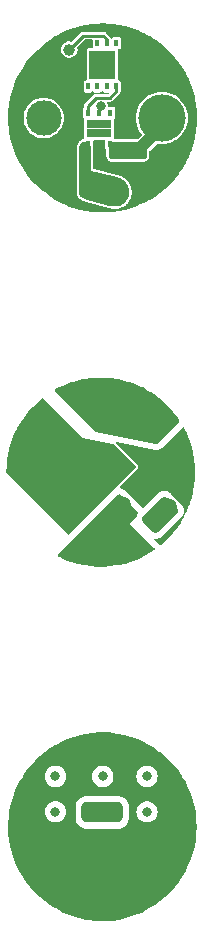
<source format=gbr>
%TF.GenerationSoftware,KiCad,Pcbnew,7.0.9*%
%TF.CreationDate,2024-07-30T16:44:57+08:00*%
%TF.ProjectId,LED,4c45442e-6b69-4636-9164-5f7063625858,rev?*%
%TF.SameCoordinates,Original*%
%TF.FileFunction,Copper,L1,Top*%
%TF.FilePolarity,Positive*%
%FSLAX46Y46*%
G04 Gerber Fmt 4.6, Leading zero omitted, Abs format (unit mm)*
G04 Created by KiCad (PCBNEW 7.0.9) date 2024-07-30 16:44:57*
%MOMM*%
%LPD*%
G01*
G04 APERTURE LIST*
G04 Aperture macros list*
%AMRoundRect*
0 Rectangle with rounded corners*
0 $1 Rounding radius*
0 $2 $3 $4 $5 $6 $7 $8 $9 X,Y pos of 4 corners*
0 Add a 4 corners polygon primitive as box body*
4,1,4,$2,$3,$4,$5,$6,$7,$8,$9,$2,$3,0*
0 Add four circle primitives for the rounded corners*
1,1,$1+$1,$2,$3*
1,1,$1+$1,$4,$5*
1,1,$1+$1,$6,$7*
1,1,$1+$1,$8,$9*
0 Add four rect primitives between the rounded corners*
20,1,$1+$1,$2,$3,$4,$5,0*
20,1,$1+$1,$4,$5,$6,$7,0*
20,1,$1+$1,$6,$7,$8,$9,0*
20,1,$1+$1,$8,$9,$2,$3,0*%
%AMRotRect*
0 Rectangle, with rotation*
0 The origin of the aperture is its center*
0 $1 length*
0 $2 width*
0 $3 Rotation angle, in degrees counterclockwise*
0 Add horizontal line*
21,1,$1,$2,0,0,$3*%
G04 Aperture macros list end*
%TA.AperFunction,SMDPad,CuDef*%
%ADD10RoundRect,0.100000X-0.950000X0.100000X-0.950000X-0.100000X0.950000X-0.100000X0.950000X0.100000X0*%
%TD*%
%TA.AperFunction,SMDPad,CuDef*%
%ADD11R,0.350000X0.630000*%
%TD*%
%TA.AperFunction,SMDPad,CuDef*%
%ADD12R,2.210000X2.390000*%
%TD*%
%TA.AperFunction,SMDPad,CuDef*%
%ADD13RoundRect,0.250000X0.742462X-1.308148X1.308148X-0.742462X-0.742462X1.308148X-1.308148X0.742462X0*%
%TD*%
%TA.AperFunction,ComponentPad*%
%ADD14C,3.000000*%
%TD*%
%TA.AperFunction,SMDPad,CuDef*%
%ADD15R,0.450000X0.630000*%
%TD*%
%TA.AperFunction,SMDPad,CuDef*%
%ADD16R,1.050000X0.800000*%
%TD*%
%TA.AperFunction,SMDPad,CuDef*%
%ADD17RotRect,1.200000X3.700000X315.000000*%
%TD*%
%TA.AperFunction,ComponentPad*%
%ADD18C,4.000000*%
%TD*%
%TA.AperFunction,SMDPad,CuDef*%
%ADD19RoundRect,0.437500X1.312500X-0.437500X1.312500X0.437500X-1.312500X0.437500X-1.312500X-0.437500X0*%
%TD*%
%TA.AperFunction,SMDPad,CuDef*%
%ADD20RotRect,1.200000X3.700000X45.000000*%
%TD*%
%TA.AperFunction,SMDPad,CuDef*%
%ADD21RoundRect,0.250000X0.000000X0.353553X-0.353553X0.000000X0.000000X-0.353553X0.353553X0.000000X0*%
%TD*%
%TA.AperFunction,ViaPad*%
%ADD22C,0.800000*%
%TD*%
%TA.AperFunction,ViaPad*%
%ADD23C,1.000000*%
%TD*%
%TA.AperFunction,ViaPad*%
%ADD24C,1.500000*%
%TD*%
%TA.AperFunction,Conductor*%
%ADD25C,0.300000*%
%TD*%
%TA.AperFunction,Conductor*%
%ADD26C,1.000000*%
%TD*%
%TA.AperFunction,Conductor*%
%ADD27C,0.250000*%
%TD*%
G04 APERTURE END LIST*
D10*
%TO.P,R1,1*%
%TO.N,Net-(LM3401-FB)*%
X112500000Y-93100000D03*
%TO.P,R1,2*%
%TO.N,-BATT*%
X112500000Y-94000000D03*
%TD*%
D11*
%TO.P,U2,1,P3.4/RST/T0/INT2/MCLKO*%
%TO.N,unconnected-(U2-P3.4{slash}RST{slash}T0{slash}INT2{slash}MCLKO-Pad1)*%
X111147500Y-83667500D03*
%TO.P,U2,2,VCC*%
%TO.N,+BATT*%
X110347500Y-83667500D03*
%TO.P,U2,3,P3.5/T0CLKO/INT3*%
%TO.N,unconnected-(U2-P3.5{slash}T0CLKO{slash}INT3-Pad3)*%
X109547500Y-83667500D03*
%TO.P,U2,4,GND*%
%TO.N,-BATT*%
X108747500Y-83667500D03*
%TO.P,U2,5,T2CLKO/INT4/P3.0*%
%TO.N,unconnected-(U2-T2CLKO{slash}INT4{slash}P3.0-Pad5)*%
X108747500Y-87337500D03*
%TO.P,U2,6,T2/P3.1*%
%TO.N,unconnected-(U2-T2{slash}P3.1-Pad6)*%
X109547500Y-87337500D03*
%TO.P,U2,7,INT0/P3.2*%
%TO.N,unconnected-(U2-INT0{slash}P3.2-Pad7)*%
X110347500Y-87337500D03*
%TO.P,U2,8,RSTOUT_LOW/INT1/P3.3*%
%TO.N,Net-(LM3401-DIM)*%
X111147500Y-87337500D03*
D12*
%TO.P,U2,9*%
%TO.N,N/C*%
X109947500Y-85502500D03*
%TD*%
D13*
%TO.P,L1,1,1*%
%TO.N,+BATT*%
X110800000Y-119000000D03*
%TO.P,L1,2,2*%
%TO.N,Net-(D1-A)*%
X113946626Y-115853374D03*
%TD*%
D14*
%TO.P,REF\u002A\u002A,2*%
%TO.N,Net-(LM3401-FB)*%
X114836200Y-120000000D03*
%TD*%
%TO.P,REF\u002A\u002A,1*%
%TO.N,+BATT*%
X105000000Y-90000000D03*
%TD*%
D15*
%TO.P,LM3401,*%
%TO.N,*%
X110650000Y-89560000D03*
%TO.P,LM3401,2,Vin*%
%TO.N,+BATT*%
X109700000Y-89560000D03*
%TO.P,LM3401,3,DIM*%
%TO.N,Net-(LM3401-DIM)*%
X108750000Y-89560000D03*
%TO.P,LM3401,4,SW*%
%TO.N,Net-(D1-A)*%
X108750000Y-92240000D03*
%TO.P,LM3401,5,AGND*%
%TO.N,-BATT*%
X109700000Y-92240000D03*
%TO.P,LM3401,6,FB*%
%TO.N,Net-(LM3401-FB)*%
X110650000Y-92240000D03*
D16*
%TO.P,LM3401,7*%
%TO.N,N/C*%
X110225000Y-90500000D03*
X109175000Y-90500000D03*
X110225000Y-91300000D03*
X109175000Y-91300000D03*
%TD*%
D17*
%TO.P,L4,1,1*%
%TO.N,+BATT*%
X108020102Y-123020102D03*
%TO.P,L4,2,2*%
%TO.N,Net-(D1-A)*%
X110000000Y-125000000D03*
%TD*%
D18*
%TO.P,REF\u002A\u002A,2*%
%TO.N,Net-(LM3401-FB)*%
X115000000Y-90000000D03*
%TD*%
D19*
%TO.P,NV4WB35AM1,1,Vin*%
%TO.N,Net-(D1-K)*%
X109950000Y-148800000D03*
%TO.P,NV4WB35AM1,2,GND*%
%TO.N,Net-(LM3401-FB)*%
X109950000Y-151200000D03*
%TD*%
D20*
%TO.P,L3,1,1*%
%TO.N,+BATT*%
X106586228Y-116745127D03*
%TO.P,L3,2,2*%
%TO.N,Net-(D1-A)*%
X108566126Y-114765229D03*
%TD*%
D21*
%TO.P,D1,1,K*%
%TO.N,Net-(D1-K)*%
X114500000Y-124000000D03*
%TO.P,D1,2,A*%
%TO.N,Net-(D1-A)*%
X112732234Y-125767766D03*
%TD*%
D18*
%TO.P,REF\u002A\u002A,1*%
%TO.N,+BATT*%
X104836228Y-119995127D03*
%TD*%
D22*
%TO.N,Net-(LM3401-FB)*%
X110000000Y-154250000D03*
X113750000Y-151500000D03*
X106000000Y-154250000D03*
X106000000Y-151500000D03*
X113750000Y-154250000D03*
D23*
%TO.N,-BATT*%
X113750000Y-95000000D03*
X104750000Y-93250000D03*
X115000000Y-93250000D03*
X105000000Y-85500000D03*
X106250000Y-95000000D03*
D22*
%TO.N,Net-(D1-K)*%
X113750000Y-145750000D03*
D24*
X115500000Y-122950000D03*
D22*
X110000000Y-145750000D03*
X113750000Y-148750000D03*
X106000000Y-145750000D03*
X106000000Y-148750000D03*
%TO.N,+BATT*%
X109867609Y-89024278D03*
D23*
X107163688Y-84209078D03*
D24*
%TO.N,Net-(D1-A)*%
X111000000Y-116200000D03*
X111600000Y-122750000D03*
%TD*%
D25*
%TO.N,Net-(LM3401-FB)*%
X115000000Y-90000000D02*
X115000000Y-90750000D01*
X115000000Y-90500000D02*
X115000000Y-90000000D01*
D26*
X115000000Y-90750000D02*
X113250000Y-92500000D01*
D27*
%TO.N,+BATT*%
X108345266Y-83027500D02*
X110047500Y-83027500D01*
X110047500Y-83027500D02*
X110347500Y-83327500D01*
X110347500Y-83327500D02*
X110347500Y-83667500D01*
X109700000Y-89560000D02*
X109700000Y-89191887D01*
X107163688Y-84209078D02*
X108345266Y-83027500D01*
X109700000Y-89191887D02*
X109867609Y-89024278D01*
%TO.N,Net-(LM3401-DIM)*%
X109400000Y-88300000D02*
X110600000Y-88300000D01*
X108750000Y-89560000D02*
X108750000Y-88950000D01*
X111147500Y-87752500D02*
X111147500Y-87337500D01*
X110600000Y-88300000D02*
X111147500Y-87752500D01*
X108750000Y-88950000D02*
X109400000Y-88300000D01*
%TD*%
%TA.AperFunction,Conductor*%
%TO.N,+BATT*%
G36*
X104943038Y-113723332D02*
G01*
X107802918Y-116600000D01*
X108300000Y-117100000D01*
X110885238Y-117597161D01*
X110910630Y-117610630D01*
X112785648Y-119485648D01*
X112800000Y-119520296D01*
X112800000Y-119579704D01*
X112785648Y-119614352D01*
X107134783Y-125265216D01*
X107100135Y-125279568D01*
X107065487Y-125265216D01*
X107065352Y-125265081D01*
X101851637Y-120010656D01*
X101837420Y-119975952D01*
X101837449Y-119974474D01*
X101856184Y-119437948D01*
X101856300Y-119436284D01*
X101904429Y-118978373D01*
X101904763Y-118976180D01*
X102100000Y-118000000D01*
X102142308Y-117807439D01*
X102146408Y-117790997D01*
X102146879Y-117789353D01*
X102318894Y-117259948D01*
X102319479Y-117258340D01*
X102426224Y-116994136D01*
X102523918Y-116752333D01*
X102524709Y-116750579D01*
X102600000Y-116600000D01*
X102743066Y-116301145D01*
X102772719Y-116240346D01*
X102773511Y-116238857D01*
X103051853Y-115756753D01*
X103052725Y-115755358D01*
X103070126Y-115729559D01*
X103300000Y-115400000D01*
X103694659Y-114870549D01*
X103707739Y-114853808D01*
X103708824Y-114852515D01*
X104081317Y-114438820D01*
X104082451Y-114437644D01*
X104482928Y-114050908D01*
X104484151Y-114049808D01*
X104876793Y-113720342D01*
X104912560Y-113709065D01*
X104943038Y-113723332D01*
G37*
%TD.AperFunction*%
%TD*%
%TA.AperFunction,Conductor*%
%TO.N,Net-(LM3401-FB)*%
G36*
X116841491Y-116142685D02*
G01*
X116849279Y-116152834D01*
X116867557Y-116184493D01*
X116919677Y-116281231D01*
X117116489Y-116684754D01*
X117162142Y-116786008D01*
X117329952Y-117201351D01*
X117368667Y-117306435D01*
X117506846Y-117731708D01*
X117538260Y-117839977D01*
X117646273Y-118273194D01*
X117670103Y-118384021D01*
X117747553Y-118823263D01*
X117763557Y-118935860D01*
X117810144Y-119379093D01*
X117818188Y-119492851D01*
X117835698Y-119994271D01*
X117835698Y-119995982D01*
X117818188Y-120497400D01*
X117810143Y-120611162D01*
X117763558Y-121054390D01*
X117747552Y-121166994D01*
X117670104Y-121606227D01*
X117646272Y-121717065D01*
X117538262Y-122150268D01*
X117506843Y-122258554D01*
X117368669Y-122683810D01*
X117329947Y-122788913D01*
X117162146Y-123204236D01*
X117116483Y-123305511D01*
X116919682Y-123709011D01*
X116867550Y-123805773D01*
X116642465Y-124195631D01*
X116584358Y-124287336D01*
X116331852Y-124661691D01*
X116268335Y-124747831D01*
X115989351Y-125104914D01*
X115921015Y-125185068D01*
X115616641Y-125523110D01*
X115544194Y-125596847D01*
X115215535Y-125914228D01*
X115139719Y-125981213D01*
X114906180Y-126177173D01*
X114870413Y-126188451D01*
X114837148Y-126171133D01*
X114832847Y-126165145D01*
X114808178Y-126124671D01*
X114808175Y-126124666D01*
X114716574Y-126013722D01*
X114377511Y-125705482D01*
X114361527Y-125671556D01*
X114374215Y-125636264D01*
X114408141Y-125620280D01*
X114415262Y-125620460D01*
X114475809Y-125626424D01*
X114524192Y-125626424D01*
X114540627Y-125624805D01*
X114622809Y-125616711D01*
X114689230Y-125603499D01*
X114784055Y-125574734D01*
X114828755Y-125556219D01*
X114916154Y-125509504D01*
X114993139Y-125458064D01*
X114993143Y-125458061D01*
X114993143Y-125458062D01*
X115004000Y-125450008D01*
X115013076Y-125443278D01*
X115051050Y-125412112D01*
X115069437Y-125395447D01*
X116645447Y-123819437D01*
X116662112Y-123801050D01*
X116693278Y-123763076D01*
X116700436Y-123753424D01*
X116708062Y-123743143D01*
X116708061Y-123743143D01*
X116708064Y-123743139D01*
X116759504Y-123666154D01*
X116806219Y-123578755D01*
X116824734Y-123534055D01*
X116853499Y-123439230D01*
X116866711Y-123372809D01*
X116876424Y-123274191D01*
X116876424Y-123225809D01*
X116866711Y-123127192D01*
X116853499Y-123060770D01*
X116824734Y-122965944D01*
X116824732Y-122965937D01*
X116806222Y-122921249D01*
X116759507Y-122833851D01*
X116759504Y-122833845D01*
X116708064Y-122756860D01*
X116708061Y-122756856D01*
X116708062Y-122756856D01*
X116700008Y-122745998D01*
X116693278Y-122736923D01*
X116662112Y-122698949D01*
X116645447Y-122680562D01*
X115769437Y-121804552D01*
X115751050Y-121787887D01*
X115751041Y-121787880D01*
X115713085Y-121756729D01*
X115713086Y-121756729D01*
X115693138Y-121741934D01*
X115616151Y-121690494D01*
X115616150Y-121690493D01*
X115616145Y-121690490D01*
X115616143Y-121690489D01*
X115528748Y-121643775D01*
X115484061Y-121625266D01*
X115484063Y-121625266D01*
X115389238Y-121596503D01*
X115389231Y-121596501D01*
X115389216Y-121596498D01*
X115322803Y-121583288D01*
X115322801Y-121583287D01*
X115322797Y-121583287D01*
X115224188Y-121573575D01*
X115224187Y-121573575D01*
X115175813Y-121573575D01*
X115175812Y-121573575D01*
X115077205Y-121583286D01*
X115010781Y-121596498D01*
X115010771Y-121596500D01*
X115010761Y-121596502D01*
X115010761Y-121596503D01*
X114915944Y-121625263D01*
X114915930Y-121625268D01*
X114871247Y-121643776D01*
X114783853Y-121690490D01*
X114732283Y-121724948D01*
X114706855Y-121741939D01*
X114706851Y-121741942D01*
X114706851Y-121741941D01*
X114695993Y-121749994D01*
X114686918Y-121756725D01*
X114686911Y-121756731D01*
X114686910Y-121756731D01*
X114648957Y-121787879D01*
X114648956Y-121787880D01*
X114648949Y-121787886D01*
X114630567Y-121804547D01*
X114284846Y-122150268D01*
X113404694Y-123030418D01*
X113370046Y-123044770D01*
X113335398Y-123030418D01*
X113330820Y-123025135D01*
X113303426Y-122988541D01*
X113303421Y-122988536D01*
X111845118Y-121530234D01*
X111760984Y-121462433D01*
X111760971Y-121462424D01*
X111716631Y-121433927D01*
X111619981Y-121385548D01*
X111479392Y-121354967D01*
X111479394Y-121354967D01*
X111452266Y-121353027D01*
X111418730Y-121336240D01*
X111406887Y-121300656D01*
X111421113Y-121269505D01*
X112930958Y-119759662D01*
X112975505Y-119692995D01*
X112989857Y-119658347D01*
X113005500Y-119579704D01*
X113005500Y-119520296D01*
X112989857Y-119441653D01*
X112987805Y-119436700D01*
X112975507Y-119407010D01*
X112975505Y-119407005D01*
X112930958Y-119340338D01*
X111129110Y-117538490D01*
X111114758Y-117503842D01*
X111129110Y-117469194D01*
X111163758Y-117454842D01*
X111173005Y-117455723D01*
X114439948Y-118083982D01*
X114541523Y-118093041D01*
X114591298Y-118092439D01*
X114692637Y-118080924D01*
X114692639Y-118080923D01*
X114692641Y-118080923D01*
X114692642Y-118080923D01*
X114827436Y-118030646D01*
X114827439Y-118030644D01*
X114827446Y-118030642D01*
X114888769Y-117997157D01*
X115003951Y-117910933D01*
X116772196Y-116142684D01*
X116806843Y-116128333D01*
X116841491Y-116142685D01*
G37*
%TD.AperFunction*%
%TD*%
%TA.AperFunction,Conductor*%
%TO.N,Net-(D1-A)*%
G36*
X110089610Y-112000844D02*
G01*
X110129103Y-112001540D01*
X110132255Y-112001678D01*
X110623424Y-112036024D01*
X110688288Y-112041763D01*
X110691403Y-112042119D01*
X111173439Y-112109864D01*
X111243269Y-112121051D01*
X111246344Y-112121624D01*
X111717545Y-112221781D01*
X111791323Y-112239013D01*
X111794219Y-112239765D01*
X112252994Y-112371317D01*
X112329675Y-112395040D01*
X112332465Y-112395978D01*
X112777151Y-112557831D01*
X112855735Y-112588369D01*
X112858495Y-112589519D01*
X113062126Y-112680181D01*
X113287353Y-112780458D01*
X113367003Y-112818075D01*
X113369592Y-112819375D01*
X113707047Y-112998803D01*
X113781140Y-113038199D01*
X113860855Y-113082980D01*
X113863287Y-113084421D01*
X114116758Y-113242807D01*
X114255977Y-113329802D01*
X114296003Y-113356164D01*
X114334948Y-113381815D01*
X114337210Y-113383379D01*
X114709615Y-113653948D01*
X114786907Y-113713076D01*
X114789047Y-113714791D01*
X115139738Y-114009056D01*
X115215518Y-114076008D01*
X115544205Y-114393417D01*
X115616634Y-114467135D01*
X115921041Y-114805214D01*
X115989341Y-114885326D01*
X116268350Y-115242442D01*
X116331835Y-115328537D01*
X116492042Y-115566054D01*
X116513210Y-115632640D01*
X116495019Y-115700100D01*
X116476922Y-115723075D01*
X114646508Y-117553491D01*
X114585185Y-117586976D01*
X114535410Y-117587578D01*
X113175853Y-117326125D01*
X109437073Y-116607129D01*
X109374957Y-116575138D01*
X109373189Y-116573420D01*
X106089801Y-113318313D01*
X105956144Y-113185807D01*
X105922395Y-113124630D01*
X105927078Y-113054917D01*
X105968707Y-112998803D01*
X105985222Y-112988268D01*
X106327580Y-112806233D01*
X106331447Y-112804346D01*
X106835247Y-112580041D01*
X106836080Y-112579682D01*
X106838970Y-112578440D01*
X106842156Y-112577175D01*
X107350830Y-112392033D01*
X107366044Y-112386732D01*
X107369237Y-112385718D01*
X107879309Y-112239458D01*
X107905119Y-112232461D01*
X107908400Y-112231667D01*
X108351064Y-112137576D01*
X108418159Y-112123315D01*
X108453716Y-112116323D01*
X108456995Y-112115770D01*
X108964748Y-112044410D01*
X108989672Y-112041315D01*
X109009062Y-112038907D01*
X109012329Y-112038590D01*
X109516303Y-112003349D01*
X109568443Y-112000586D01*
X109571718Y-112000500D01*
X110070074Y-112000500D01*
X110089610Y-112000844D01*
G37*
%TD.AperFunction*%
%TD*%
%TA.AperFunction,Conductor*%
%TO.N,Net-(LM3401-FB)*%
G36*
X114500000Y-155000000D02*
G01*
X105250000Y-155000000D01*
X105250000Y-150500000D01*
X114500000Y-150500000D01*
X114500000Y-155000000D01*
G37*
%TD.AperFunction*%
%TD*%
%TA.AperFunction,Conductor*%
%TO.N,Net-(D1-A)*%
G36*
X111621115Y-95165656D02*
G01*
X111621118Y-95165658D01*
X111450529Y-95086111D01*
X111621115Y-95165656D01*
G37*
%TD.AperFunction*%
%TD*%
%TA.AperFunction,Conductor*%
%TO.N,Net-(D1-A)*%
G36*
X108623017Y-92016195D02*
G01*
X108635368Y-92019505D01*
X108744040Y-92064518D01*
X108755116Y-92070913D01*
X108848435Y-92142520D01*
X108857479Y-92151564D01*
X108929086Y-92244883D01*
X108935482Y-92255961D01*
X108980493Y-92364627D01*
X108983804Y-92376983D01*
X108999790Y-92498407D01*
X109000000Y-92501609D01*
X109000000Y-94500000D01*
X109772069Y-94680733D01*
X109772072Y-94680734D01*
X109772078Y-94680735D01*
X109772083Y-94680737D01*
X111201552Y-95015360D01*
X111217028Y-95019113D01*
X111232444Y-95023112D01*
X111343018Y-95052740D01*
X111385041Y-95065989D01*
X111425203Y-95078652D01*
X111427203Y-95079381D01*
X111506816Y-95112358D01*
X111545709Y-95130494D01*
X111622145Y-95170284D01*
X111623983Y-95171345D01*
X111696666Y-95217649D01*
X111731824Y-95242267D01*
X111800190Y-95294726D01*
X111801806Y-95296081D01*
X111865350Y-95354309D01*
X111895691Y-95384650D01*
X111953916Y-95448191D01*
X111955281Y-95449819D01*
X112007738Y-95518182D01*
X112032351Y-95553334D01*
X112078646Y-95626002D01*
X112079715Y-95627854D01*
X112119506Y-95704291D01*
X112137642Y-95743184D01*
X112170618Y-95822796D01*
X112171350Y-95824806D01*
X112197260Y-95906982D01*
X112208366Y-95948432D01*
X112227015Y-96032551D01*
X112227386Y-96034657D01*
X112238635Y-96120097D01*
X112242375Y-96162846D01*
X112246133Y-96248931D01*
X112246133Y-96251069D01*
X112242375Y-96337154D01*
X112238635Y-96379903D01*
X112227386Y-96465342D01*
X112227015Y-96467448D01*
X112208366Y-96551568D01*
X112197260Y-96593018D01*
X112171350Y-96675193D01*
X112170618Y-96677202D01*
X112137642Y-96756816D01*
X112119506Y-96795709D01*
X112079715Y-96872145D01*
X112078646Y-96873997D01*
X112032351Y-96946666D01*
X112007738Y-96981818D01*
X111955281Y-97050181D01*
X111953907Y-97051819D01*
X111895691Y-97115350D01*
X111865350Y-97145691D01*
X111801819Y-97203907D01*
X111800181Y-97205281D01*
X111783782Y-97217864D01*
X111731824Y-97257732D01*
X111705289Y-97276313D01*
X111696666Y-97282351D01*
X111623997Y-97328646D01*
X111622145Y-97329715D01*
X111545709Y-97369506D01*
X111506816Y-97387642D01*
X111427202Y-97420618D01*
X111425193Y-97421350D01*
X111383644Y-97434450D01*
X111343026Y-97447257D01*
X111311370Y-97455739D01*
X111301568Y-97458366D01*
X111217448Y-97477015D01*
X111215342Y-97477386D01*
X111129903Y-97488635D01*
X111087154Y-97492375D01*
X111001069Y-97496133D01*
X110998931Y-97496133D01*
X110912846Y-97492375D01*
X110870097Y-97488635D01*
X110784657Y-97477386D01*
X110782555Y-97477015D01*
X110698432Y-97458366D01*
X110688628Y-97455739D01*
X110573411Y-97424866D01*
X110572475Y-97424616D01*
X110571539Y-97424363D01*
X109009058Y-97002446D01*
X109000000Y-97000000D01*
X108501580Y-96875395D01*
X108498487Y-96874400D01*
X108343844Y-96813070D01*
X108332539Y-96806744D01*
X108203303Y-96709975D01*
X108194050Y-96700907D01*
X108174774Y-96676219D01*
X108094692Y-96573650D01*
X108088139Y-96562475D01*
X108025602Y-96413626D01*
X108022207Y-96401124D01*
X108000215Y-96236225D01*
X108000000Y-96232983D01*
X108000000Y-92501609D01*
X108000210Y-92498408D01*
X108016195Y-92376983D01*
X108019504Y-92364633D01*
X108064520Y-92255955D01*
X108070913Y-92244883D01*
X108142522Y-92151561D01*
X108151561Y-92142522D01*
X108244885Y-92070911D01*
X108255955Y-92064520D01*
X108364633Y-92019504D01*
X108376980Y-92016195D01*
X108493604Y-92000842D01*
X108506396Y-92000842D01*
X108623017Y-92016195D01*
G37*
%TD.AperFunction*%
%TD*%
%TA.AperFunction,Conductor*%
%TO.N,Net-(D1-A)*%
G36*
X111443333Y-121859179D02*
G01*
X111487680Y-121887680D01*
X112945982Y-123345982D01*
X112979467Y-123407305D01*
X112974483Y-123476997D01*
X112961405Y-123502551D01*
X112940490Y-123533853D01*
X112893782Y-123621236D01*
X112875267Y-123665934D01*
X112858680Y-123720613D01*
X112827701Y-123772297D01*
X112200000Y-124399999D01*
X112200000Y-124400000D01*
X113400000Y-125500000D01*
X114376537Y-126387761D01*
X114412901Y-126447422D01*
X114411237Y-126517272D01*
X114372074Y-126575134D01*
X114356924Y-126585843D01*
X113502038Y-127098776D01*
X113497865Y-127101067D01*
X113225199Y-127237399D01*
X113222689Y-127238584D01*
X112858502Y-127400730D01*
X112855742Y-127401880D01*
X112789280Y-127427708D01*
X112147789Y-127649012D01*
X112144658Y-127650000D01*
X111865787Y-127729966D01*
X111862255Y-127730867D01*
X111269543Y-127863698D01*
X111246363Y-127868624D01*
X111243284Y-127869197D01*
X111187694Y-127878104D01*
X111184072Y-127878685D01*
X111101115Y-127888911D01*
X110504540Y-127962455D01*
X110501278Y-127962770D01*
X110132338Y-127988570D01*
X110129107Y-127988711D01*
X110071941Y-127989720D01*
X110070048Y-127989754D01*
X109571733Y-127989754D01*
X109568451Y-127989667D01*
X109563212Y-127989389D01*
X109516202Y-127986897D01*
X109012388Y-127951667D01*
X109009072Y-127951345D01*
X108964672Y-127945832D01*
X108457069Y-127874494D01*
X108453736Y-127873933D01*
X108418097Y-127866926D01*
X107908470Y-127758601D01*
X107905139Y-127757796D01*
X107886003Y-127752609D01*
X107879195Y-127750763D01*
X107369333Y-127604562D01*
X107366021Y-127603512D01*
X107350682Y-127598166D01*
X106842238Y-127413107D01*
X106838950Y-127411803D01*
X106835219Y-127410199D01*
X106829003Y-127407432D01*
X106825208Y-127405742D01*
X106400000Y-127200000D01*
X106296279Y-127165426D01*
X106277278Y-127157275D01*
X106272106Y-127154525D01*
X106222155Y-127105671D01*
X106206545Y-127037567D01*
X106230234Y-126971836D01*
X106242626Y-126957372D01*
X111312322Y-121887677D01*
X111373641Y-121854195D01*
X111443333Y-121859179D01*
G37*
%TD.AperFunction*%
%TD*%
%TA.AperFunction,Conductor*%
%TO.N,Net-(D1-K)*%
G36*
X115290615Y-122092288D02*
G01*
X115335310Y-122110801D01*
X115401978Y-122155347D01*
X115420768Y-122170768D01*
X116279231Y-123029231D01*
X116294652Y-123048021D01*
X116339197Y-123114687D01*
X116357712Y-123159387D01*
X116370924Y-123225809D01*
X116370924Y-123274191D01*
X116357712Y-123340612D01*
X116339197Y-123385312D01*
X116294652Y-123451978D01*
X116279231Y-123470768D01*
X114720768Y-125029231D01*
X114701978Y-125044652D01*
X114635312Y-125089197D01*
X114590612Y-125107712D01*
X114524191Y-125120924D01*
X114475809Y-125120924D01*
X114409387Y-125107712D01*
X114364687Y-125089197D01*
X114298021Y-125044652D01*
X114279231Y-125029231D01*
X113420768Y-124170768D01*
X113405347Y-124151978D01*
X113360802Y-124085312D01*
X113342288Y-124040615D01*
X113329075Y-123974186D01*
X113329075Y-123925813D01*
X113342288Y-123859382D01*
X113360800Y-123814691D01*
X113405352Y-123748014D01*
X113420763Y-123729236D01*
X114979236Y-122170763D01*
X114998014Y-122155352D01*
X115064691Y-122110800D01*
X115109382Y-122092288D01*
X115175813Y-122079075D01*
X115224187Y-122079075D01*
X115290615Y-122092288D01*
G37*
%TD.AperFunction*%
%TD*%
%TA.AperFunction,Conductor*%
%TO.N,Net-(LM3401-FB)*%
G36*
X113454736Y-92000942D02*
G01*
X113555243Y-92020934D01*
X113572907Y-92028250D01*
X113654027Y-92082453D01*
X113667546Y-92095972D01*
X113721749Y-92177092D01*
X113729065Y-92194755D01*
X113749058Y-92295263D01*
X113750000Y-92304823D01*
X113750000Y-93195176D01*
X113749058Y-93204736D01*
X113729065Y-93305244D01*
X113721749Y-93322907D01*
X113667546Y-93404027D01*
X113654027Y-93417546D01*
X113572907Y-93471749D01*
X113555244Y-93479065D01*
X113478331Y-93494364D01*
X113454734Y-93499058D01*
X113445177Y-93500000D01*
X110804823Y-93500000D01*
X110795265Y-93499058D01*
X110766036Y-93493244D01*
X110694755Y-93479065D01*
X110677092Y-93471749D01*
X110595972Y-93417546D01*
X110582453Y-93404027D01*
X110528250Y-93322907D01*
X110520934Y-93305247D01*
X110500940Y-93204726D01*
X110500000Y-93195176D01*
X110500000Y-92304823D01*
X110500939Y-92295274D01*
X110520935Y-92194750D01*
X110528250Y-92177092D01*
X110582453Y-92095972D01*
X110595972Y-92082453D01*
X110677092Y-92028250D01*
X110694750Y-92020935D01*
X110795274Y-92000939D01*
X110804823Y-92000000D01*
X113445177Y-92000000D01*
X113454736Y-92000942D01*
G37*
%TD.AperFunction*%
%TD*%
%TA.AperFunction,Conductor*%
%TO.N,-BATT*%
G36*
X111700000Y-89900000D02*
G01*
X111074455Y-89900000D01*
X111075500Y-89894748D01*
X111075500Y-89225252D01*
X111070477Y-89200000D01*
X111700000Y-89200000D01*
X111700000Y-89900000D01*
G37*
%TD.AperFunction*%
%TD*%
%TA.AperFunction,Conductor*%
%TO.N,-BATT*%
G36*
X110253140Y-82005713D02*
G01*
X110293837Y-82006430D01*
X110295091Y-82006485D01*
X110787192Y-82040896D01*
X110811996Y-82043090D01*
X110853037Y-82046722D01*
X110854188Y-82046853D01*
X111337211Y-82114737D01*
X111407970Y-82126073D01*
X111409185Y-82126299D01*
X111881311Y-82226653D01*
X111955977Y-82244092D01*
X111957131Y-82244392D01*
X112416765Y-82376190D01*
X112483826Y-82396937D01*
X112494299Y-82400177D01*
X112495413Y-82400551D01*
X112940916Y-82562702D01*
X113020366Y-82593576D01*
X113021443Y-82594025D01*
X113451141Y-82785338D01*
X113531587Y-82823332D01*
X113532559Y-82823819D01*
X113944912Y-83043072D01*
X114025403Y-83088289D01*
X114026331Y-83088839D01*
X114333676Y-83280890D01*
X114419750Y-83334675D01*
X114499451Y-83387170D01*
X114500301Y-83387758D01*
X114873387Y-83658821D01*
X114921729Y-83695802D01*
X114951318Y-83718438D01*
X114952180Y-83719129D01*
X115183928Y-83913588D01*
X115303518Y-84013936D01*
X115379295Y-84080886D01*
X115707985Y-84398297D01*
X115780402Y-84472004D01*
X116084803Y-84810076D01*
X116153114Y-84890200D01*
X116432120Y-85247312D01*
X116495616Y-85333424D01*
X116748141Y-85707806D01*
X116806230Y-85799483D01*
X117031330Y-86189367D01*
X117083449Y-86286104D01*
X117280261Y-86689627D01*
X117325914Y-86790881D01*
X117493724Y-87206224D01*
X117532439Y-87311308D01*
X117670618Y-87736581D01*
X117702032Y-87844850D01*
X117810045Y-88278067D01*
X117833875Y-88388894D01*
X117911325Y-88828136D01*
X117927329Y-88940733D01*
X117973916Y-89383966D01*
X117981960Y-89497724D01*
X117999470Y-89999144D01*
X117999470Y-90000855D01*
X117981960Y-90502273D01*
X117973915Y-90616035D01*
X117927330Y-91059263D01*
X117911324Y-91171867D01*
X117833876Y-91611100D01*
X117810044Y-91721938D01*
X117702034Y-92155141D01*
X117670615Y-92263427D01*
X117532441Y-92688683D01*
X117493719Y-92793786D01*
X117325918Y-93209109D01*
X117280255Y-93310384D01*
X117083454Y-93713884D01*
X117031322Y-93810646D01*
X116806237Y-94200504D01*
X116748130Y-94292209D01*
X116495624Y-94666564D01*
X116432107Y-94752704D01*
X116153123Y-95109787D01*
X116084787Y-95189941D01*
X115780413Y-95527983D01*
X115707966Y-95601720D01*
X115379307Y-95919101D01*
X115303486Y-95986090D01*
X114952194Y-96280857D01*
X114951332Y-96281548D01*
X114873363Y-96341196D01*
X114860425Y-96350597D01*
X114500356Y-96612201D01*
X114499431Y-96612841D01*
X114419721Y-96665343D01*
X114026383Y-96911127D01*
X114025400Y-96911710D01*
X113944879Y-96956945D01*
X113532623Y-97176144D01*
X113531584Y-97176666D01*
X113451081Y-97214688D01*
X113021461Y-97405965D01*
X113020371Y-97406420D01*
X112940868Y-97437315D01*
X112495456Y-97599431D01*
X112494317Y-97599814D01*
X112416716Y-97623823D01*
X111957160Y-97755598D01*
X111955979Y-97755905D01*
X111881236Y-97773362D01*
X111409208Y-97873694D01*
X111407989Y-97873921D01*
X111337156Y-97885270D01*
X110854274Y-97953134D01*
X110853024Y-97953277D01*
X110787119Y-97959108D01*
X110295116Y-97993511D01*
X110293839Y-97993567D01*
X110233830Y-97994627D01*
X109734500Y-97994627D01*
X109733228Y-97994593D01*
X109691949Y-97992405D01*
X109679981Y-97991771D01*
X109175135Y-97956468D01*
X109173825Y-97956341D01*
X109128443Y-97950705D01*
X108619810Y-97879222D01*
X108618498Y-97879000D01*
X108581869Y-97871799D01*
X108071224Y-97763257D01*
X108069907Y-97762939D01*
X108042986Y-97755641D01*
X107532080Y-97609141D01*
X107530769Y-97608725D01*
X107514451Y-97603038D01*
X107005014Y-97417617D01*
X107003723Y-97417105D01*
X106998960Y-97415059D01*
X106494023Y-97190247D01*
X106492502Y-97189505D01*
X106139072Y-97001583D01*
X106001007Y-96928172D01*
X105999525Y-96927317D01*
X105609302Y-96683479D01*
X105527462Y-96632339D01*
X105526064Y-96631398D01*
X105075710Y-96304196D01*
X105074363Y-96303144D01*
X104717147Y-96003404D01*
X104647940Y-95945332D01*
X104646685Y-95944203D01*
X104246237Y-95557496D01*
X104245075Y-95556292D01*
X103872601Y-95142617D01*
X103871504Y-95141309D01*
X103616920Y-94815456D01*
X103528789Y-94702654D01*
X103527811Y-94701309D01*
X103216508Y-94239785D01*
X103215629Y-94238380D01*
X102937290Y-93756281D01*
X102936487Y-93754771D01*
X102692468Y-93254459D01*
X102691778Y-93252911D01*
X102565477Y-92940304D01*
X102483251Y-92736786D01*
X102482666Y-92735178D01*
X102310648Y-92205763D01*
X102310184Y-92204147D01*
X102175516Y-91664027D01*
X102175162Y-91662360D01*
X102078500Y-91114157D01*
X102078262Y-91112464D01*
X102039102Y-90739891D01*
X102020073Y-90558844D01*
X102019956Y-90557176D01*
X102000529Y-90000830D01*
X102000529Y-90000000D01*
X103294732Y-90000000D01*
X103313777Y-90254151D01*
X103313778Y-90254160D01*
X103370492Y-90502638D01*
X103463608Y-90739891D01*
X103591037Y-90960607D01*
X103591040Y-90960611D01*
X103749945Y-91159872D01*
X103749950Y-91159877D01*
X103936783Y-91333232D01*
X104147366Y-91476805D01*
X104147367Y-91476805D01*
X104147368Y-91476806D01*
X104376989Y-91587386D01*
X104376992Y-91587387D01*
X104376996Y-91587389D01*
X104620542Y-91662513D01*
X104872565Y-91700500D01*
X104872567Y-91700500D01*
X105127433Y-91700500D01*
X105127435Y-91700500D01*
X105379458Y-91662513D01*
X105623004Y-91587389D01*
X105852634Y-91476805D01*
X106063217Y-91333232D01*
X106250050Y-91159877D01*
X106408959Y-90960612D01*
X106536393Y-90739888D01*
X106629508Y-90502637D01*
X106686222Y-90254157D01*
X106705268Y-90000000D01*
X106686222Y-89745843D01*
X106629508Y-89497363D01*
X106536393Y-89260112D01*
X106536391Y-89260108D01*
X106408962Y-89039392D01*
X106408959Y-89039388D01*
X106250054Y-88840127D01*
X106250049Y-88840122D01*
X106063218Y-88666769D01*
X106063216Y-88666767D01*
X105852631Y-88523193D01*
X105623010Y-88412613D01*
X105622997Y-88412608D01*
X105489367Y-88371389D01*
X105379458Y-88337487D01*
X105127435Y-88299500D01*
X104872565Y-88299500D01*
X104620542Y-88337487D01*
X104559655Y-88356268D01*
X104377002Y-88412608D01*
X104376989Y-88412613D01*
X104147368Y-88523193D01*
X103936783Y-88666767D01*
X103936781Y-88666769D01*
X103749950Y-88840122D01*
X103749945Y-88840127D01*
X103591040Y-89039388D01*
X103591037Y-89039392D01*
X103463608Y-89260108D01*
X103370492Y-89497361D01*
X103313778Y-89745839D01*
X103313777Y-89745848D01*
X103294732Y-90000000D01*
X102000529Y-90000000D01*
X102000529Y-89999169D01*
X102019956Y-89442821D01*
X102020072Y-89441157D01*
X102063889Y-89024278D01*
X102078262Y-88887535D01*
X102078500Y-88885842D01*
X102175162Y-88337639D01*
X102175518Y-88335966D01*
X102189954Y-88278067D01*
X102310185Y-87795845D01*
X102310648Y-87794236D01*
X102482666Y-87264821D01*
X102483251Y-87263213D01*
X102506276Y-87206224D01*
X102691782Y-86747077D01*
X102692462Y-86745553D01*
X102936491Y-86245219D01*
X102937283Y-86243730D01*
X103215637Y-85761606D01*
X103216500Y-85760227D01*
X103527820Y-85298677D01*
X103528779Y-85297358D01*
X103871508Y-84858684D01*
X103872589Y-84857396D01*
X104245089Y-84443693D01*
X104246223Y-84442517D01*
X104487956Y-84209078D01*
X106458043Y-84209078D01*
X106478548Y-84377950D01*
X106478549Y-84377952D01*
X106538869Y-84537007D01*
X106538870Y-84537009D01*
X106635504Y-84677006D01*
X106635505Y-84677007D01*
X106762836Y-84789812D01*
X106913463Y-84868868D01*
X107078632Y-84909578D01*
X107248744Y-84909578D01*
X107413913Y-84868868D01*
X107564540Y-84789812D01*
X107691871Y-84677007D01*
X107788506Y-84537008D01*
X107848828Y-84377950D01*
X107869333Y-84209078D01*
X107848828Y-84040206D01*
X107844680Y-84029268D01*
X107845811Y-83991782D01*
X107855844Y-83977246D01*
X108465740Y-83367352D01*
X108500388Y-83353000D01*
X109123000Y-83353000D01*
X109157648Y-83367352D01*
X109172000Y-83402000D01*
X109172000Y-84002253D01*
X109181188Y-84048441D01*
X109173872Y-84085223D01*
X109142689Y-84106058D01*
X109133130Y-84107000D01*
X108822752Y-84107000D01*
X108764269Y-84118633D01*
X108697947Y-84162947D01*
X108669998Y-84204777D01*
X108653633Y-84229269D01*
X108642000Y-84287752D01*
X108642000Y-84287753D01*
X108642000Y-84287755D01*
X108642000Y-86717253D01*
X108651188Y-86763441D01*
X108643872Y-86800223D01*
X108612689Y-86821058D01*
X108603130Y-86822000D01*
X108552752Y-86822000D01*
X108494269Y-86833633D01*
X108427947Y-86877947D01*
X108383633Y-86944269D01*
X108372000Y-87002752D01*
X108372000Y-87672248D01*
X108383633Y-87730731D01*
X108387542Y-87736581D01*
X108427947Y-87797052D01*
X108452778Y-87813643D01*
X108494269Y-87841367D01*
X108552752Y-87853000D01*
X108552755Y-87853000D01*
X108942245Y-87853000D01*
X108942248Y-87853000D01*
X109000731Y-87841367D01*
X109067052Y-87797052D01*
X109106758Y-87737627D01*
X109137940Y-87716793D01*
X109174723Y-87724109D01*
X109188242Y-87737628D01*
X109227947Y-87797052D01*
X109252778Y-87813643D01*
X109294269Y-87841367D01*
X109352752Y-87853000D01*
X109352755Y-87853000D01*
X109742245Y-87853000D01*
X109742248Y-87853000D01*
X109800731Y-87841367D01*
X109867052Y-87797052D01*
X109906758Y-87737627D01*
X109937940Y-87716793D01*
X109974723Y-87724109D01*
X109988242Y-87737628D01*
X110027947Y-87797052D01*
X110052778Y-87813643D01*
X110094269Y-87841367D01*
X110152752Y-87853000D01*
X110152755Y-87853000D01*
X110468378Y-87853000D01*
X110503026Y-87867352D01*
X110517378Y-87902000D01*
X110503026Y-87936648D01*
X110479526Y-87960148D01*
X110444878Y-87974500D01*
X109415290Y-87974500D01*
X109413154Y-87974407D01*
X109381808Y-87971664D01*
X109371193Y-87970736D01*
X109371192Y-87970736D01*
X109371191Y-87970736D01*
X109330497Y-87981639D01*
X109328418Y-87982100D01*
X109318120Y-87983916D01*
X109286960Y-87989410D01*
X109286950Y-87989414D01*
X109279945Y-87993458D01*
X109268132Y-87998351D01*
X109260317Y-88000444D01*
X109260317Y-88000445D01*
X109225826Y-88024595D01*
X109224024Y-88025743D01*
X109187544Y-88046806D01*
X109160467Y-88079074D01*
X109159023Y-88080650D01*
X108530648Y-88709025D01*
X108529072Y-88710469D01*
X108496806Y-88737544D01*
X108475743Y-88774024D01*
X108474595Y-88775826D01*
X108450445Y-88810317D01*
X108450444Y-88810317D01*
X108448351Y-88818132D01*
X108443458Y-88829945D01*
X108439414Y-88836950D01*
X108439410Y-88836960D01*
X108432102Y-88878410D01*
X108431639Y-88880497D01*
X108420736Y-88921191D01*
X108420736Y-88921192D01*
X108424407Y-88963152D01*
X108424500Y-88965288D01*
X108424500Y-89044822D01*
X108410148Y-89079470D01*
X108402724Y-89085563D01*
X108380449Y-89100447D01*
X108380445Y-89100450D01*
X108336133Y-89166769D01*
X108324500Y-89225252D01*
X108324500Y-89894748D01*
X108336133Y-89953231D01*
X108353882Y-89979795D01*
X108380447Y-90019552D01*
X108404202Y-90035424D01*
X108427723Y-90051141D01*
X108448558Y-90082322D01*
X108449500Y-90091882D01*
X108449500Y-91708117D01*
X108435148Y-91742765D01*
X108427723Y-91748859D01*
X108380450Y-91780445D01*
X108380448Y-91780447D01*
X108372048Y-91793019D01*
X108340870Y-91813851D01*
X108330284Y-91815958D01*
X108304940Y-91822750D01*
X108292204Y-91827073D01*
X108171099Y-91877237D01*
X108159034Y-91883187D01*
X108159027Y-91883190D01*
X108159025Y-91883192D01*
X108136316Y-91896302D01*
X108136315Y-91896302D01*
X108125124Y-91903780D01*
X108110695Y-91914852D01*
X108021123Y-91983584D01*
X108011007Y-91992455D01*
X107992455Y-92011007D01*
X107983584Y-92021123D01*
X107903785Y-92125118D01*
X107896312Y-92136302D01*
X107883191Y-92159026D01*
X107880574Y-92164332D01*
X107877241Y-92171090D01*
X107877238Y-92171096D01*
X107827072Y-92292207D01*
X107824967Y-92298408D01*
X107822749Y-92304941D01*
X107822747Y-92304949D01*
X107815958Y-92330291D01*
X107815956Y-92330297D01*
X107813332Y-92343489D01*
X107813331Y-92343492D01*
X107796029Y-92474917D01*
X107795371Y-92481603D01*
X107794720Y-92491515D01*
X107794720Y-92491516D01*
X107794500Y-92498244D01*
X107794500Y-96236384D01*
X107794725Y-96243186D01*
X107795391Y-96253226D01*
X107796068Y-96260010D01*
X107815041Y-96402281D01*
X107819411Y-96435044D01*
X107822104Y-96448403D01*
X107829070Y-96474056D01*
X107833505Y-96486942D01*
X107901321Y-96648357D01*
X107907422Y-96660546D01*
X107907425Y-96660551D01*
X107907424Y-96660550D01*
X107920869Y-96683478D01*
X107920869Y-96683479D01*
X107928524Y-96694748D01*
X108036268Y-96832746D01*
X108036267Y-96832745D01*
X108041094Y-96838148D01*
X108045347Y-96842908D01*
X108064334Y-96861515D01*
X108064337Y-96861517D01*
X108064337Y-96861518D01*
X108074669Y-96870381D01*
X108074669Y-96870380D01*
X108074677Y-96870387D01*
X108214821Y-96975324D01*
X108219382Y-96978289D01*
X108226240Y-96982748D01*
X108226238Y-96982747D01*
X108234242Y-96987225D01*
X108249441Y-96995730D01*
X108253544Y-96997681D01*
X108261740Y-97001579D01*
X108261739Y-97001578D01*
X108261750Y-97001583D01*
X108425896Y-97066682D01*
X108432311Y-97068983D01*
X108435503Y-97070010D01*
X108441887Y-97072064D01*
X108445627Y-97073131D01*
X108448436Y-97073934D01*
X108615052Y-97115588D01*
X108948289Y-97198898D01*
X110492868Y-97615980D01*
X110519095Y-97623062D01*
X110649577Y-97658025D01*
X110742438Y-97678611D01*
X110753371Y-97680540D01*
X110847719Y-97692962D01*
X110899403Y-97697484D01*
X110994448Y-97701633D01*
X111005552Y-97701633D01*
X111100597Y-97697484D01*
X111152281Y-97692962D01*
X111246595Y-97680545D01*
X111257533Y-97678618D01*
X111350425Y-97658024D01*
X111400545Y-97644594D01*
X111491298Y-97615980D01*
X111501732Y-97612178D01*
X111589599Y-97575784D01*
X111636622Y-97553857D01*
X111721003Y-97509931D01*
X111730620Y-97504379D01*
X111810864Y-97453258D01*
X111853368Y-97423495D01*
X111928825Y-97365596D01*
X111937335Y-97358458D01*
X112007490Y-97294172D01*
X112044172Y-97257490D01*
X112108458Y-97187335D01*
X112115595Y-97178826D01*
X112173503Y-97103360D01*
X112203260Y-97060861D01*
X112254379Y-96980620D01*
X112259931Y-96971003D01*
X112303857Y-96886622D01*
X112325784Y-96839599D01*
X112362178Y-96751732D01*
X112365980Y-96741299D01*
X112394597Y-96650536D01*
X112408025Y-96600423D01*
X112428618Y-96507533D01*
X112430545Y-96496595D01*
X112442962Y-96402281D01*
X112447484Y-96350596D01*
X112451633Y-96255552D01*
X112451633Y-96244448D01*
X112447484Y-96149404D01*
X112442962Y-96097719D01*
X112430545Y-96003404D01*
X112428618Y-95992466D01*
X112408024Y-95899577D01*
X112394598Y-95849465D01*
X112365985Y-95758717D01*
X112362184Y-95748281D01*
X112325784Y-95660400D01*
X112303857Y-95613379D01*
X112274466Y-95556920D01*
X112259930Y-95528996D01*
X112254378Y-95519377D01*
X112203259Y-95439138D01*
X112173503Y-95396640D01*
X112115609Y-95321192D01*
X112108482Y-95312692D01*
X112044172Y-95242510D01*
X112007490Y-95205828D01*
X111937307Y-95141517D01*
X111928819Y-95134399D01*
X111853367Y-95076503D01*
X111810863Y-95046741D01*
X111749304Y-95007524D01*
X111740060Y-94999898D01*
X111735108Y-94994671D01*
X111707968Y-94979413D01*
X111707969Y-94979413D01*
X111707963Y-94979410D01*
X111630199Y-94943148D01*
X111537383Y-94899867D01*
X111537374Y-94899864D01*
X111528051Y-94897858D01*
X111519612Y-94895226D01*
X111501746Y-94887826D01*
X111491321Y-94884026D01*
X111400535Y-94855402D01*
X111284838Y-94824402D01*
X111267047Y-94819787D01*
X111249188Y-94815456D01*
X109243332Y-94345905D01*
X109212866Y-94324034D01*
X109205500Y-94298195D01*
X109205500Y-92498243D01*
X109205280Y-92491516D01*
X109204631Y-92481607D01*
X109203971Y-92474918D01*
X109186667Y-92343482D01*
X109186667Y-92343483D01*
X109184043Y-92330294D01*
X109177170Y-92304642D01*
X109175500Y-92291960D01*
X109175500Y-91949500D01*
X109189852Y-91914852D01*
X109224500Y-91900500D01*
X109680252Y-91900500D01*
X110175500Y-91900500D01*
X110210148Y-91914852D01*
X110224500Y-91949500D01*
X110224500Y-92574748D01*
X110236133Y-92633231D01*
X110264349Y-92675459D01*
X110283129Y-92703565D01*
X110282192Y-92704190D01*
X110294500Y-92733892D01*
X110294500Y-93200227D01*
X110294993Y-93210279D01*
X110294993Y-93210280D01*
X110294996Y-93210313D01*
X110296923Y-93229879D01*
X110296924Y-93229883D01*
X110296924Y-93229885D01*
X110298403Y-93239861D01*
X110319381Y-93345333D01*
X110331084Y-93383908D01*
X110338397Y-93401559D01*
X110357381Y-93437074D01*
X110411583Y-93518194D01*
X110437143Y-93549337D01*
X110437149Y-93549344D01*
X110450654Y-93562849D01*
X110450661Y-93562855D01*
X110481804Y-93588415D01*
X110522362Y-93615514D01*
X110562922Y-93642616D01*
X110598453Y-93661607D01*
X110611828Y-93667146D01*
X110616113Y-93668922D01*
X110616115Y-93668922D01*
X110616116Y-93668923D01*
X110654663Y-93680616D01*
X110654671Y-93680617D01*
X110654677Y-93680619D01*
X110708063Y-93691238D01*
X110760109Y-93701591D01*
X110760110Y-93701592D01*
X110770087Y-93703073D01*
X110770086Y-93703072D01*
X110770092Y-93703073D01*
X110789691Y-93705004D01*
X110799775Y-93705500D01*
X110799783Y-93705500D01*
X113450218Y-93705500D01*
X113450226Y-93705500D01*
X113460311Y-93705004D01*
X113460317Y-93705003D01*
X113460325Y-93705003D01*
X113473219Y-93703731D01*
X113479908Y-93703072D01*
X113483541Y-93702533D01*
X113489876Y-93701594D01*
X113595321Y-93680619D01*
X113595321Y-93680618D01*
X113595336Y-93680616D01*
X113633883Y-93668923D01*
X113651546Y-93661607D01*
X113687077Y-93642616D01*
X113768197Y-93588413D01*
X113799337Y-93562856D01*
X113812856Y-93549337D01*
X113838413Y-93518197D01*
X113892616Y-93437077D01*
X113911607Y-93401546D01*
X113918923Y-93383883D01*
X113930616Y-93345336D01*
X113948371Y-93256080D01*
X113951591Y-93239894D01*
X113951591Y-93239893D01*
X113951596Y-93239865D01*
X113952082Y-93236582D01*
X113953073Y-93229911D01*
X113953072Y-93229911D01*
X113953073Y-93229906D01*
X113955004Y-93210305D01*
X113955500Y-93200223D01*
X113955500Y-92805452D01*
X113969851Y-92770805D01*
X114561972Y-92178683D01*
X114596619Y-92164332D01*
X114606172Y-92165273D01*
X114712161Y-92186356D01*
X114981133Y-92203985D01*
X114999999Y-92205222D01*
X115000000Y-92205222D01*
X115000001Y-92205222D01*
X115041119Y-92202526D01*
X115287839Y-92186356D01*
X115570753Y-92130081D01*
X115843902Y-92037359D01*
X116102611Y-91909778D01*
X116342454Y-91749520D01*
X116559327Y-91559327D01*
X116749520Y-91342454D01*
X116909778Y-91102611D01*
X117037359Y-90843902D01*
X117130081Y-90570753D01*
X117186356Y-90287839D01*
X117205222Y-90000000D01*
X117186356Y-89712161D01*
X117130081Y-89429247D01*
X117037359Y-89156098D01*
X116909778Y-88897389D01*
X116802973Y-88737544D01*
X116749520Y-88657545D01*
X116660655Y-88556216D01*
X116559327Y-88440673D01*
X116441840Y-88337639D01*
X116342454Y-88250479D01*
X116102611Y-88090222D01*
X115843900Y-87962640D01*
X115570747Y-87869917D01*
X115340264Y-87824072D01*
X115287839Y-87813644D01*
X115287837Y-87813643D01*
X115287833Y-87813643D01*
X115000001Y-87794778D01*
X114999999Y-87794778D01*
X114712166Y-87813643D01*
X114429252Y-87869917D01*
X114156099Y-87962640D01*
X113897388Y-88090222D01*
X113657545Y-88250479D01*
X113440673Y-88440673D01*
X113250479Y-88657545D01*
X113090222Y-88897388D01*
X112962640Y-89156099D01*
X112869917Y-89429252D01*
X112813643Y-89712166D01*
X112794778Y-89999999D01*
X112794778Y-90000000D01*
X112813643Y-90287833D01*
X112869917Y-90570747D01*
X112962640Y-90843900D01*
X113090222Y-91102611D01*
X113250479Y-91342453D01*
X113297971Y-91396606D01*
X113310026Y-91432118D01*
X113295779Y-91463562D01*
X112979195Y-91780148D01*
X112944547Y-91794500D01*
X111053901Y-91794500D01*
X111024190Y-91782193D01*
X111023565Y-91783129D01*
X110972277Y-91748859D01*
X110951441Y-91717676D01*
X110950500Y-91708117D01*
X110950500Y-90091882D01*
X110964852Y-90057234D01*
X110972272Y-90051143D01*
X111019552Y-90019552D01*
X111063867Y-89953231D01*
X111074455Y-89900000D01*
X111700000Y-89900000D01*
X111700000Y-89200000D01*
X111070477Y-89200000D01*
X111063867Y-89166769D01*
X111037301Y-89127012D01*
X111019552Y-89100447D01*
X110979795Y-89073882D01*
X110953231Y-89056133D01*
X110894748Y-89044500D01*
X110894745Y-89044500D01*
X110518925Y-89044500D01*
X110484277Y-89030148D01*
X110470344Y-89001896D01*
X110467643Y-88981383D01*
X110452653Y-88867516D01*
X110434778Y-88824362D01*
X110392147Y-88721441D01*
X110392146Y-88721440D01*
X110392145Y-88721437D01*
X110379016Y-88704327D01*
X110369310Y-88668105D01*
X110388061Y-88635626D01*
X110417891Y-88625500D01*
X110584710Y-88625500D01*
X110586846Y-88625593D01*
X110594900Y-88626297D01*
X110628807Y-88629264D01*
X110669495Y-88618361D01*
X110671574Y-88617900D01*
X110713045Y-88610588D01*
X110720054Y-88606540D01*
X110731871Y-88601646D01*
X110739684Y-88599554D01*
X110774190Y-88575391D01*
X110775965Y-88574260D01*
X110812455Y-88553194D01*
X110839532Y-88520923D01*
X110840965Y-88519359D01*
X111366867Y-87993458D01*
X111368412Y-87992041D01*
X111400694Y-87964955D01*
X111421760Y-87928465D01*
X111422891Y-87926690D01*
X111447054Y-87892184D01*
X111449146Y-87884371D01*
X111454040Y-87872554D01*
X111458088Y-87865545D01*
X111465401Y-87824063D01*
X111465858Y-87822004D01*
X111474129Y-87791136D01*
X111480712Y-87776606D01*
X111511367Y-87730731D01*
X111523000Y-87672248D01*
X111523000Y-87002752D01*
X111511367Y-86944269D01*
X111480451Y-86898000D01*
X111467052Y-86877947D01*
X111427295Y-86851382D01*
X111400731Y-86833633D01*
X111342248Y-86822000D01*
X111342245Y-86822000D01*
X111291870Y-86822000D01*
X111257222Y-86807648D01*
X111242870Y-86773000D01*
X111243812Y-86763441D01*
X111252999Y-86717253D01*
X111253000Y-86717246D01*
X111253000Y-84287753D01*
X111252999Y-84287746D01*
X111243812Y-84241559D01*
X111251128Y-84204777D01*
X111282311Y-84183942D01*
X111291870Y-84183000D01*
X111342245Y-84183000D01*
X111342248Y-84183000D01*
X111400731Y-84171367D01*
X111467052Y-84127052D01*
X111511367Y-84060731D01*
X111523000Y-84002248D01*
X111523000Y-83332752D01*
X111511367Y-83274269D01*
X111484801Y-83234512D01*
X111467052Y-83207947D01*
X111427295Y-83181382D01*
X111400731Y-83163633D01*
X111342248Y-83152000D01*
X110952752Y-83152000D01*
X110894269Y-83163633D01*
X110827947Y-83207947D01*
X110788242Y-83267371D01*
X110757059Y-83288207D01*
X110720277Y-83280890D01*
X110706758Y-83267371D01*
X110667054Y-83207950D01*
X110667051Y-83207947D01*
X110663031Y-83205261D01*
X110650493Y-83190643D01*
X110649514Y-83191329D01*
X110646081Y-83186427D01*
X110622890Y-83153306D01*
X110621758Y-83151529D01*
X110600694Y-83115045D01*
X110568423Y-83087966D01*
X110566849Y-83086523D01*
X110288468Y-82808142D01*
X110287023Y-82806565D01*
X110259953Y-82774304D01*
X110236585Y-82760813D01*
X110223474Y-82753243D01*
X110221682Y-82752101D01*
X110203868Y-82739628D01*
X110187184Y-82727946D01*
X110187183Y-82727945D01*
X110187182Y-82727945D01*
X110179367Y-82725851D01*
X110167548Y-82720955D01*
X110160546Y-82716912D01*
X110160544Y-82716911D01*
X110119080Y-82709600D01*
X110116993Y-82709137D01*
X110090008Y-82701907D01*
X110076307Y-82698236D01*
X110076306Y-82698236D01*
X110034346Y-82701907D01*
X110032210Y-82702000D01*
X108360556Y-82702000D01*
X108358420Y-82701907D01*
X108327074Y-82699164D01*
X108316459Y-82698236D01*
X108316458Y-82698236D01*
X108316457Y-82698236D01*
X108275763Y-82709139D01*
X108273684Y-82709600D01*
X108263386Y-82711416D01*
X108232226Y-82716910D01*
X108232216Y-82716914D01*
X108225211Y-82720958D01*
X108213398Y-82725851D01*
X108205583Y-82727944D01*
X108205583Y-82727945D01*
X108171092Y-82752095D01*
X108169290Y-82753243D01*
X108132810Y-82774306D01*
X108105733Y-82806574D01*
X108104289Y-82808150D01*
X107392730Y-83519708D01*
X107358082Y-83534060D01*
X107346356Y-83532636D01*
X107248747Y-83508578D01*
X107248744Y-83508578D01*
X107078632Y-83508578D01*
X106913463Y-83549287D01*
X106762844Y-83628339D01*
X106762839Y-83628342D01*
X106762836Y-83628344D01*
X106762834Y-83628346D01*
X106635504Y-83741149D01*
X106538870Y-83881146D01*
X106538869Y-83881148D01*
X106493930Y-83999646D01*
X106478548Y-84040206D01*
X106458043Y-84209078D01*
X104487956Y-84209078D01*
X104646700Y-84055781D01*
X104647923Y-84054681D01*
X105074379Y-83696842D01*
X105075691Y-83695817D01*
X105526083Y-83368587D01*
X105527441Y-83367673D01*
X105999546Y-83072669D01*
X106000996Y-83071833D01*
X106492513Y-82810488D01*
X106494014Y-82809756D01*
X106999115Y-82584871D01*
X107003728Y-82582889D01*
X107004962Y-82582400D01*
X107514550Y-82396925D01*
X107530814Y-82391258D01*
X107532028Y-82390873D01*
X108043082Y-82244330D01*
X108043978Y-82244088D01*
X108069910Y-82237057D01*
X108071174Y-82236752D01*
X108581967Y-82128180D01*
X108618492Y-82120999D01*
X108619770Y-82120783D01*
X109128520Y-82049283D01*
X109142404Y-82047559D01*
X109173844Y-82043655D01*
X109175102Y-82043533D01*
X109680075Y-82008222D01*
X109733224Y-82005406D01*
X109734497Y-82005373D01*
X110233847Y-82005373D01*
X110253140Y-82005713D01*
G37*
%TD.AperFunction*%
%TD*%
%TA.AperFunction,Conductor*%
%TO.N,Net-(LM3401-FB)*%
G36*
X110234476Y-142005383D02*
G01*
X110238510Y-142005524D01*
X110622745Y-142032392D01*
X110784078Y-142043674D01*
X110788376Y-142044126D01*
X111337055Y-142121238D01*
X111341297Y-142121987D01*
X111742307Y-142207224D01*
X111883258Y-142237184D01*
X111887450Y-142238229D01*
X112420089Y-142390961D01*
X112424143Y-142392278D01*
X112944835Y-142581794D01*
X112948819Y-142583404D01*
X112952246Y-142584930D01*
X113454990Y-142808767D01*
X113458880Y-142810664D01*
X113948090Y-143070782D01*
X113951838Y-143072946D01*
X114421709Y-143366553D01*
X114425296Y-143368972D01*
X114803889Y-143644037D01*
X114873529Y-143694633D01*
X114876941Y-143697298D01*
X115301390Y-144053453D01*
X115304600Y-144056343D01*
X115703182Y-144441250D01*
X115706148Y-144444321D01*
X116033758Y-144808168D01*
X116076908Y-144856091D01*
X116079682Y-144859397D01*
X116420797Y-145296004D01*
X116423341Y-145299506D01*
X116733177Y-145758855D01*
X116735471Y-145762527D01*
X117012499Y-146242354D01*
X117014532Y-146246177D01*
X117257411Y-146744153D01*
X117259172Y-146748108D01*
X117466730Y-147261833D01*
X117468210Y-147265900D01*
X117639423Y-147792837D01*
X117640616Y-147796998D01*
X117774658Y-148334611D01*
X117775558Y-148338845D01*
X117871767Y-148884475D01*
X117872369Y-148888762D01*
X117930286Y-149439803D01*
X117930588Y-149444121D01*
X117949924Y-149997836D01*
X117949924Y-150002165D01*
X117930588Y-150555878D01*
X117930286Y-150560196D01*
X117872369Y-151111237D01*
X117871767Y-151115524D01*
X117775558Y-151661154D01*
X117774658Y-151665388D01*
X117640616Y-152203001D01*
X117639423Y-152207162D01*
X117468210Y-152734099D01*
X117466730Y-152738166D01*
X117259172Y-153251891D01*
X117257411Y-153255846D01*
X117014532Y-153753822D01*
X117012499Y-153757645D01*
X116735471Y-154237472D01*
X116733177Y-154241144D01*
X116423341Y-154700493D01*
X116420797Y-154703995D01*
X116079691Y-155140592D01*
X116076908Y-155143908D01*
X115833088Y-155414697D01*
X115706161Y-155555663D01*
X115703163Y-155558769D01*
X115304607Y-155943650D01*
X115301390Y-155946546D01*
X114876941Y-156302701D01*
X114873529Y-156305366D01*
X114425298Y-156631025D01*
X114421709Y-156633446D01*
X113951838Y-156927053D01*
X113948090Y-156929217D01*
X113458880Y-157189335D01*
X113454990Y-157191232D01*
X112948828Y-157416591D01*
X112944814Y-157418213D01*
X112424166Y-157607713D01*
X112420063Y-157609046D01*
X112184579Y-157676570D01*
X111887458Y-157761768D01*
X111883258Y-157762815D01*
X111341303Y-157878011D01*
X111337040Y-157878763D01*
X110788377Y-157955872D01*
X110784072Y-157956325D01*
X110277150Y-157991773D01*
X110238494Y-157994476D01*
X110234548Y-157994613D01*
X110233799Y-157994627D01*
X109735496Y-157994627D01*
X109732215Y-157994540D01*
X109726230Y-157994222D01*
X109680013Y-157991773D01*
X109176161Y-157956540D01*
X109172845Y-157956218D01*
X109128453Y-157950706D01*
X108620829Y-157879365D01*
X108617496Y-157878804D01*
X108581898Y-157871805D01*
X108292097Y-157810206D01*
X108072229Y-157763471D01*
X108068901Y-157762667D01*
X108043030Y-157755653D01*
X107661173Y-157646158D01*
X107533073Y-157609426D01*
X107529774Y-157608379D01*
X107526707Y-157607310D01*
X107514436Y-157603033D01*
X107006020Y-157417983D01*
X107002767Y-157416694D01*
X106999696Y-157415376D01*
X106998990Y-157415072D01*
X106495223Y-157190781D01*
X106491339Y-157188887D01*
X106002157Y-156928784D01*
X105998416Y-156926624D01*
X105528563Y-156633027D01*
X105524980Y-156630610D01*
X105077320Y-156305366D01*
X105076762Y-156304960D01*
X105073375Y-156302315D01*
X104648945Y-155946175D01*
X104645744Y-155943294D01*
X104247190Y-155558416D01*
X104244210Y-155555331D01*
X103873462Y-155143573D01*
X103870702Y-155140283D01*
X103529602Y-154703694D01*
X103527063Y-154700199D01*
X103217246Y-154240879D01*
X103214952Y-154237207D01*
X102937942Y-153757409D01*
X102935909Y-153753587D01*
X102693039Y-153255630D01*
X102691284Y-153251688D01*
X102483739Y-152737995D01*
X102482259Y-152733928D01*
X102311057Y-152207024D01*
X102309864Y-152202863D01*
X102175830Y-151665284D01*
X102174933Y-151661068D01*
X102078726Y-151115445D01*
X102078126Y-151111168D01*
X102020211Y-150560159D01*
X102019911Y-150555869D01*
X102017960Y-150500000D01*
X105250000Y-150500000D01*
X105250000Y-155000000D01*
X114500000Y-155000000D01*
X114500000Y-150500000D01*
X105250000Y-150500000D01*
X102017960Y-150500000D01*
X102000575Y-150002147D01*
X102000575Y-149997852D01*
X102019911Y-149444128D01*
X102020211Y-149439840D01*
X102025971Y-149385044D01*
X102054009Y-149118284D01*
X102078126Y-148888831D01*
X102078725Y-148884558D01*
X102102451Y-148750000D01*
X105094540Y-148750000D01*
X105114326Y-148938256D01*
X105114327Y-148938259D01*
X105172818Y-149118277D01*
X105172821Y-149118284D01*
X105267467Y-149282216D01*
X105360052Y-149385042D01*
X105394129Y-149422888D01*
X105547265Y-149534148D01*
X105547270Y-149534151D01*
X105720192Y-149611142D01*
X105720197Y-149611144D01*
X105905354Y-149650500D01*
X105905355Y-149650500D01*
X106094644Y-149650500D01*
X106094646Y-149650500D01*
X106279803Y-149611144D01*
X106452730Y-149534151D01*
X106605871Y-149422888D01*
X106732533Y-149282216D01*
X106827179Y-149118284D01*
X106885674Y-148938256D01*
X106905460Y-148750000D01*
X106885674Y-148561744D01*
X106827179Y-148381716D01*
X106778179Y-148296845D01*
X107699500Y-148296845D01*
X107699501Y-149303154D01*
X107699501Y-149303153D01*
X107705944Y-149385042D01*
X107721785Y-149444158D01*
X107756978Y-149575501D01*
X107846494Y-149751186D01*
X107970580Y-149904420D01*
X108123814Y-150028506D01*
X108299499Y-150118022D01*
X108489956Y-150169055D01*
X108530901Y-150172277D01*
X108571845Y-150175500D01*
X108571846Y-150175499D01*
X108571847Y-150175500D01*
X109949999Y-150175499D01*
X111328153Y-150175499D01*
X111355449Y-150173351D01*
X111410044Y-150169055D01*
X111600501Y-150118022D01*
X111776186Y-150028506D01*
X111929420Y-149904420D01*
X112053506Y-149751186D01*
X112143022Y-149575501D01*
X112194055Y-149385044D01*
X112200500Y-149303153D01*
X112200499Y-148750000D01*
X112844540Y-148750000D01*
X112864326Y-148938256D01*
X112864327Y-148938259D01*
X112922818Y-149118277D01*
X112922821Y-149118284D01*
X113017467Y-149282216D01*
X113110052Y-149385042D01*
X113144129Y-149422888D01*
X113297265Y-149534148D01*
X113297270Y-149534151D01*
X113470192Y-149611142D01*
X113470197Y-149611144D01*
X113655354Y-149650500D01*
X113655355Y-149650500D01*
X113844644Y-149650500D01*
X113844646Y-149650500D01*
X114029803Y-149611144D01*
X114202730Y-149534151D01*
X114355871Y-149422888D01*
X114482533Y-149282216D01*
X114577179Y-149118284D01*
X114635674Y-148938256D01*
X114655460Y-148750000D01*
X114635674Y-148561744D01*
X114577179Y-148381716D01*
X114482533Y-148217784D01*
X114355871Y-148077112D01*
X114283457Y-148024500D01*
X114202734Y-147965851D01*
X114202729Y-147965848D01*
X114029807Y-147888857D01*
X114029802Y-147888855D01*
X113884001Y-147857865D01*
X113844646Y-147849500D01*
X113655354Y-147849500D01*
X113622897Y-147856398D01*
X113470197Y-147888855D01*
X113470192Y-147888857D01*
X113297270Y-147965848D01*
X113297265Y-147965851D01*
X113144129Y-148077111D01*
X113017466Y-148217785D01*
X112922821Y-148381715D01*
X112922818Y-148381722D01*
X112864327Y-148561740D01*
X112864326Y-148561744D01*
X112844540Y-148750000D01*
X112200499Y-148750000D01*
X112200499Y-148296848D01*
X112194055Y-148214956D01*
X112143022Y-148024499D01*
X112053506Y-147848814D01*
X111929420Y-147695580D01*
X111776186Y-147571494D01*
X111600501Y-147481978D01*
X111600500Y-147481977D01*
X111600499Y-147481977D01*
X111410041Y-147430944D01*
X111328155Y-147424500D01*
X111328153Y-147424500D01*
X109950000Y-147424500D01*
X108571846Y-147424501D01*
X108571847Y-147424501D01*
X108489957Y-147430944D01*
X108299500Y-147481977D01*
X108123815Y-147571493D01*
X107970580Y-147695580D01*
X107846493Y-147848815D01*
X107756977Y-148024500D01*
X107705944Y-148214957D01*
X107705944Y-148214958D01*
X107699500Y-148296845D01*
X106778179Y-148296845D01*
X106732533Y-148217784D01*
X106605871Y-148077112D01*
X106533457Y-148024500D01*
X106452734Y-147965851D01*
X106452729Y-147965848D01*
X106279807Y-147888857D01*
X106279802Y-147888855D01*
X106134001Y-147857865D01*
X106094646Y-147849500D01*
X105905354Y-147849500D01*
X105872897Y-147856398D01*
X105720197Y-147888855D01*
X105720192Y-147888857D01*
X105547270Y-147965848D01*
X105547265Y-147965851D01*
X105394129Y-148077111D01*
X105267466Y-148217785D01*
X105172821Y-148381715D01*
X105172818Y-148381722D01*
X105114327Y-148561740D01*
X105114326Y-148561744D01*
X105094540Y-148750000D01*
X102102451Y-148750000D01*
X102174934Y-148338925D01*
X102175830Y-148334715D01*
X102185272Y-148296848D01*
X102309865Y-147797131D01*
X102311052Y-147792991D01*
X102482262Y-147266062D01*
X102483739Y-147262004D01*
X102483741Y-147262000D01*
X102691289Y-146748297D01*
X102693034Y-146744380D01*
X102935920Y-146246391D01*
X102937942Y-146242590D01*
X103113647Y-145938259D01*
X103214965Y-145762770D01*
X103217232Y-145759141D01*
X103223398Y-145750000D01*
X105094540Y-145750000D01*
X105114326Y-145938256D01*
X105114327Y-145938259D01*
X105172818Y-146118277D01*
X105172821Y-146118284D01*
X105267467Y-146282216D01*
X105394129Y-146422888D01*
X105547265Y-146534148D01*
X105547270Y-146534151D01*
X105720192Y-146611142D01*
X105720197Y-146611144D01*
X105905354Y-146650500D01*
X105905355Y-146650500D01*
X106094644Y-146650500D01*
X106094646Y-146650500D01*
X106279803Y-146611144D01*
X106452730Y-146534151D01*
X106605871Y-146422888D01*
X106732533Y-146282216D01*
X106827179Y-146118284D01*
X106885674Y-145938256D01*
X106905460Y-145750000D01*
X109094540Y-145750000D01*
X109114326Y-145938256D01*
X109114327Y-145938259D01*
X109172818Y-146118277D01*
X109172821Y-146118284D01*
X109267467Y-146282216D01*
X109394129Y-146422888D01*
X109547265Y-146534148D01*
X109547270Y-146534151D01*
X109720192Y-146611142D01*
X109720197Y-146611144D01*
X109905354Y-146650500D01*
X109905355Y-146650500D01*
X110094644Y-146650500D01*
X110094646Y-146650500D01*
X110279803Y-146611144D01*
X110452730Y-146534151D01*
X110605871Y-146422888D01*
X110732533Y-146282216D01*
X110827179Y-146118284D01*
X110885674Y-145938256D01*
X110905460Y-145750000D01*
X112844540Y-145750000D01*
X112864326Y-145938256D01*
X112864327Y-145938259D01*
X112922818Y-146118277D01*
X112922821Y-146118284D01*
X113017467Y-146282216D01*
X113144129Y-146422888D01*
X113297265Y-146534148D01*
X113297270Y-146534151D01*
X113470192Y-146611142D01*
X113470197Y-146611144D01*
X113655354Y-146650500D01*
X113655355Y-146650500D01*
X113844644Y-146650500D01*
X113844646Y-146650500D01*
X114029803Y-146611144D01*
X114202730Y-146534151D01*
X114355871Y-146422888D01*
X114482533Y-146282216D01*
X114577179Y-146118284D01*
X114635674Y-145938256D01*
X114655460Y-145750000D01*
X114635674Y-145561744D01*
X114577179Y-145381716D01*
X114482533Y-145217784D01*
X114355871Y-145077112D01*
X114355870Y-145077111D01*
X114202734Y-144965851D01*
X114202729Y-144965848D01*
X114029807Y-144888857D01*
X114029802Y-144888855D01*
X113866960Y-144854243D01*
X113844646Y-144849500D01*
X113655354Y-144849500D01*
X113633040Y-144854243D01*
X113470197Y-144888855D01*
X113470192Y-144888857D01*
X113297270Y-144965848D01*
X113297265Y-144965851D01*
X113144129Y-145077111D01*
X113017466Y-145217785D01*
X112922821Y-145381715D01*
X112922818Y-145381722D01*
X112864327Y-145561740D01*
X112864326Y-145561744D01*
X112844540Y-145750000D01*
X110905460Y-145750000D01*
X110885674Y-145561744D01*
X110827179Y-145381716D01*
X110732533Y-145217784D01*
X110605871Y-145077112D01*
X110605870Y-145077111D01*
X110452734Y-144965851D01*
X110452729Y-144965848D01*
X110279807Y-144888857D01*
X110279802Y-144888855D01*
X110116960Y-144854243D01*
X110094646Y-144849500D01*
X109905354Y-144849500D01*
X109883040Y-144854243D01*
X109720197Y-144888855D01*
X109720192Y-144888857D01*
X109547270Y-144965848D01*
X109547265Y-144965851D01*
X109394129Y-145077111D01*
X109267466Y-145217785D01*
X109172821Y-145381715D01*
X109172818Y-145381722D01*
X109114327Y-145561740D01*
X109114326Y-145561744D01*
X109094540Y-145750000D01*
X106905460Y-145750000D01*
X106885674Y-145561744D01*
X106827179Y-145381716D01*
X106732533Y-145217784D01*
X106605871Y-145077112D01*
X106605870Y-145077111D01*
X106452734Y-144965851D01*
X106452729Y-144965848D01*
X106279807Y-144888857D01*
X106279802Y-144888855D01*
X106116960Y-144854243D01*
X106094646Y-144849500D01*
X105905354Y-144849500D01*
X105883040Y-144854243D01*
X105720197Y-144888855D01*
X105720192Y-144888857D01*
X105547270Y-144965848D01*
X105547265Y-144965851D01*
X105394129Y-145077111D01*
X105267466Y-145217785D01*
X105172821Y-145381715D01*
X105172818Y-145381722D01*
X105114327Y-145561740D01*
X105114326Y-145561744D01*
X105094540Y-145750000D01*
X103223398Y-145750000D01*
X103527063Y-145299800D01*
X103529592Y-145296318D01*
X103870713Y-144859701D01*
X103873450Y-144856440D01*
X104244224Y-144444653D01*
X104247176Y-144441597D01*
X104645760Y-144056690D01*
X104648928Y-144053837D01*
X105073392Y-143697670D01*
X105076743Y-143695052D01*
X105524995Y-143369378D01*
X105528543Y-143366984D01*
X105998437Y-143073362D01*
X106002135Y-143071227D01*
X106491362Y-142811100D01*
X106495209Y-142809224D01*
X106998996Y-142584924D01*
X107002769Y-142583302D01*
X107005962Y-142582036D01*
X107514538Y-142396929D01*
X107529829Y-142391601D01*
X107533019Y-142390589D01*
X108043058Y-142244337D01*
X108068932Y-142237323D01*
X108072152Y-142236544D01*
X108581919Y-142128190D01*
X108617526Y-142121189D01*
X108620761Y-142120644D01*
X109128580Y-142049275D01*
X109172829Y-142043781D01*
X109176094Y-142043464D01*
X109680038Y-142008224D01*
X109732217Y-142005459D01*
X109735491Y-142005373D01*
X110233895Y-142005373D01*
X110234476Y-142005383D01*
G37*
%TD.AperFunction*%
%TD*%
M02*

</source>
